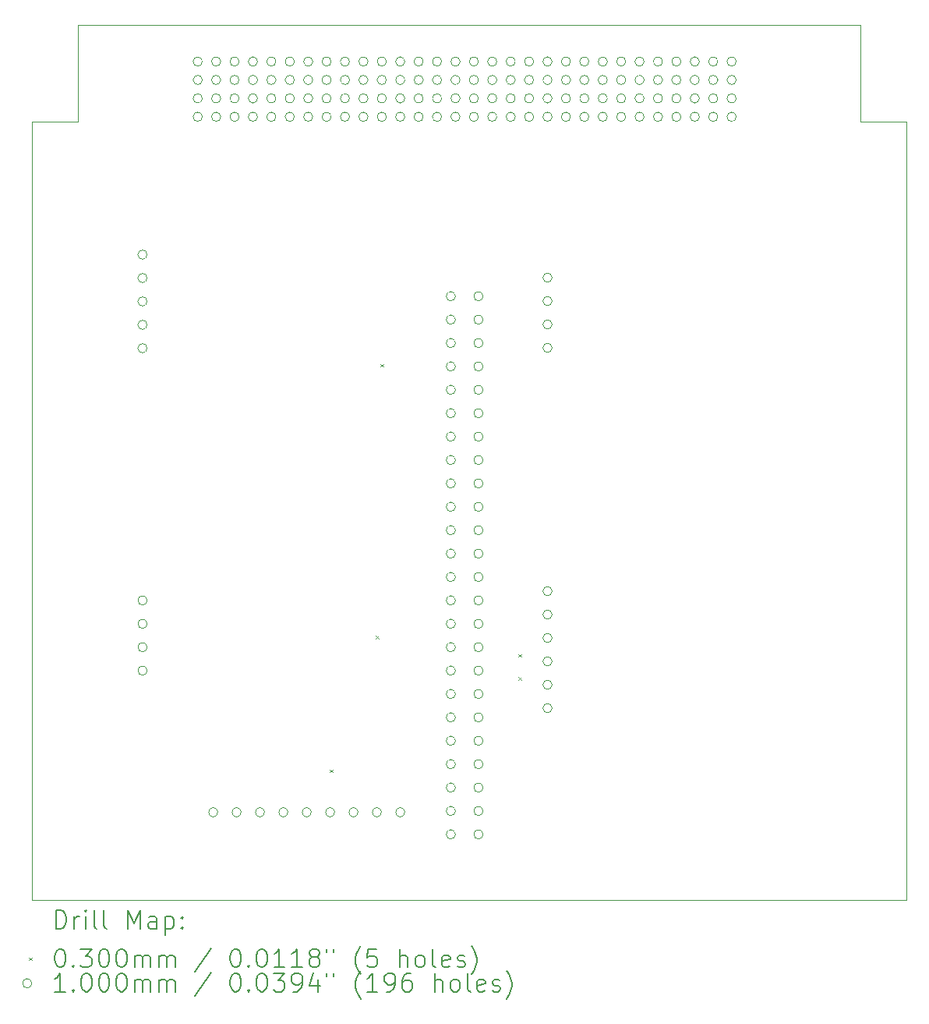
<source format=gbr>
%TF.GenerationSoftware,KiCad,Pcbnew,8.0.0*%
%TF.CreationDate,2025-01-16T04:07:09+02:00*%
%TF.ProjectId,diplomna_2024_sensors_pcb_layout,6469706c-6f6d-46e6-915f-323032345f73,rev?*%
%TF.SameCoordinates,Original*%
%TF.FileFunction,Drillmap*%
%TF.FilePolarity,Positive*%
%FSLAX45Y45*%
G04 Gerber Fmt 4.5, Leading zero omitted, Abs format (unit mm)*
G04 Created by KiCad (PCBNEW 8.0.0) date 2025-01-16 04:07:09*
%MOMM*%
%LPD*%
G01*
G04 APERTURE LIST*
%ADD10C,0.050000*%
%ADD11C,0.200000*%
%ADD12C,0.100000*%
G04 APERTURE END LIST*
D10*
X16200000Y-6100000D02*
X16200000Y-5050000D01*
X16200000Y-5050000D02*
X24700000Y-5050000D01*
X24700000Y-6100000D02*
X25200000Y-6100000D01*
X24700000Y-5050000D02*
X24700000Y-6100000D01*
X25200000Y-6100000D02*
X25200000Y-14550000D01*
X25200000Y-14550000D02*
X15700000Y-14550000D01*
X15700000Y-14550000D02*
X15700000Y-6100000D01*
X15700000Y-6100000D02*
X16200000Y-6100000D01*
D11*
D12*
X18935000Y-13135000D02*
X18965000Y-13165000D01*
X18965000Y-13135000D02*
X18935000Y-13165000D01*
X19435000Y-11685000D02*
X19465000Y-11715000D01*
X19465000Y-11685000D02*
X19435000Y-11715000D01*
X19485000Y-8735000D02*
X19515000Y-8765000D01*
X19515000Y-8735000D02*
X19485000Y-8765000D01*
X20985000Y-11885000D02*
X21015000Y-11915000D01*
X21015000Y-11885000D02*
X20985000Y-11915000D01*
X20985000Y-12135000D02*
X21015000Y-12165000D01*
X21015000Y-12135000D02*
X20985000Y-12165000D01*
X16950000Y-7546000D02*
G75*
G02*
X16850000Y-7546000I-50000J0D01*
G01*
X16850000Y-7546000D02*
G75*
G02*
X16950000Y-7546000I50000J0D01*
G01*
X16950000Y-7800000D02*
G75*
G02*
X16850000Y-7800000I-50000J0D01*
G01*
X16850000Y-7800000D02*
G75*
G02*
X16950000Y-7800000I50000J0D01*
G01*
X16950000Y-8054000D02*
G75*
G02*
X16850000Y-8054000I-50000J0D01*
G01*
X16850000Y-8054000D02*
G75*
G02*
X16950000Y-8054000I50000J0D01*
G01*
X16950000Y-8308000D02*
G75*
G02*
X16850000Y-8308000I-50000J0D01*
G01*
X16850000Y-8308000D02*
G75*
G02*
X16950000Y-8308000I50000J0D01*
G01*
X16950000Y-8562000D02*
G75*
G02*
X16850000Y-8562000I-50000J0D01*
G01*
X16850000Y-8562000D02*
G75*
G02*
X16950000Y-8562000I50000J0D01*
G01*
X16950000Y-11300000D02*
G75*
G02*
X16850000Y-11300000I-50000J0D01*
G01*
X16850000Y-11300000D02*
G75*
G02*
X16950000Y-11300000I50000J0D01*
G01*
X16950000Y-11554000D02*
G75*
G02*
X16850000Y-11554000I-50000J0D01*
G01*
X16850000Y-11554000D02*
G75*
G02*
X16950000Y-11554000I50000J0D01*
G01*
X16950000Y-11808000D02*
G75*
G02*
X16850000Y-11808000I-50000J0D01*
G01*
X16850000Y-11808000D02*
G75*
G02*
X16950000Y-11808000I50000J0D01*
G01*
X16950000Y-12062000D02*
G75*
G02*
X16850000Y-12062000I-50000J0D01*
G01*
X16850000Y-12062000D02*
G75*
G02*
X16950000Y-12062000I50000J0D01*
G01*
X17550000Y-5450000D02*
G75*
G02*
X17450000Y-5450000I-50000J0D01*
G01*
X17450000Y-5450000D02*
G75*
G02*
X17550000Y-5450000I50000J0D01*
G01*
X17550000Y-5650000D02*
G75*
G02*
X17450000Y-5650000I-50000J0D01*
G01*
X17450000Y-5650000D02*
G75*
G02*
X17550000Y-5650000I50000J0D01*
G01*
X17550000Y-5850000D02*
G75*
G02*
X17450000Y-5850000I-50000J0D01*
G01*
X17450000Y-5850000D02*
G75*
G02*
X17550000Y-5850000I50000J0D01*
G01*
X17550000Y-6050000D02*
G75*
G02*
X17450000Y-6050000I-50000J0D01*
G01*
X17450000Y-6050000D02*
G75*
G02*
X17550000Y-6050000I50000J0D01*
G01*
X17718000Y-13600000D02*
G75*
G02*
X17618000Y-13600000I-50000J0D01*
G01*
X17618000Y-13600000D02*
G75*
G02*
X17718000Y-13600000I50000J0D01*
G01*
X17750000Y-5450000D02*
G75*
G02*
X17650000Y-5450000I-50000J0D01*
G01*
X17650000Y-5450000D02*
G75*
G02*
X17750000Y-5450000I50000J0D01*
G01*
X17750000Y-5650000D02*
G75*
G02*
X17650000Y-5650000I-50000J0D01*
G01*
X17650000Y-5650000D02*
G75*
G02*
X17750000Y-5650000I50000J0D01*
G01*
X17750000Y-5850000D02*
G75*
G02*
X17650000Y-5850000I-50000J0D01*
G01*
X17650000Y-5850000D02*
G75*
G02*
X17750000Y-5850000I50000J0D01*
G01*
X17750000Y-6050000D02*
G75*
G02*
X17650000Y-6050000I-50000J0D01*
G01*
X17650000Y-6050000D02*
G75*
G02*
X17750000Y-6050000I50000J0D01*
G01*
X17950000Y-5450000D02*
G75*
G02*
X17850000Y-5450000I-50000J0D01*
G01*
X17850000Y-5450000D02*
G75*
G02*
X17950000Y-5450000I50000J0D01*
G01*
X17950000Y-5650000D02*
G75*
G02*
X17850000Y-5650000I-50000J0D01*
G01*
X17850000Y-5650000D02*
G75*
G02*
X17950000Y-5650000I50000J0D01*
G01*
X17950000Y-5850000D02*
G75*
G02*
X17850000Y-5850000I-50000J0D01*
G01*
X17850000Y-5850000D02*
G75*
G02*
X17950000Y-5850000I50000J0D01*
G01*
X17950000Y-6050000D02*
G75*
G02*
X17850000Y-6050000I-50000J0D01*
G01*
X17850000Y-6050000D02*
G75*
G02*
X17950000Y-6050000I50000J0D01*
G01*
X17972000Y-13600000D02*
G75*
G02*
X17872000Y-13600000I-50000J0D01*
G01*
X17872000Y-13600000D02*
G75*
G02*
X17972000Y-13600000I50000J0D01*
G01*
X18150000Y-5450000D02*
G75*
G02*
X18050000Y-5450000I-50000J0D01*
G01*
X18050000Y-5450000D02*
G75*
G02*
X18150000Y-5450000I50000J0D01*
G01*
X18150000Y-5650000D02*
G75*
G02*
X18050000Y-5650000I-50000J0D01*
G01*
X18050000Y-5650000D02*
G75*
G02*
X18150000Y-5650000I50000J0D01*
G01*
X18150000Y-5850000D02*
G75*
G02*
X18050000Y-5850000I-50000J0D01*
G01*
X18050000Y-5850000D02*
G75*
G02*
X18150000Y-5850000I50000J0D01*
G01*
X18150000Y-6050000D02*
G75*
G02*
X18050000Y-6050000I-50000J0D01*
G01*
X18050000Y-6050000D02*
G75*
G02*
X18150000Y-6050000I50000J0D01*
G01*
X18226000Y-13600000D02*
G75*
G02*
X18126000Y-13600000I-50000J0D01*
G01*
X18126000Y-13600000D02*
G75*
G02*
X18226000Y-13600000I50000J0D01*
G01*
X18350000Y-5450000D02*
G75*
G02*
X18250000Y-5450000I-50000J0D01*
G01*
X18250000Y-5450000D02*
G75*
G02*
X18350000Y-5450000I50000J0D01*
G01*
X18350000Y-5650000D02*
G75*
G02*
X18250000Y-5650000I-50000J0D01*
G01*
X18250000Y-5650000D02*
G75*
G02*
X18350000Y-5650000I50000J0D01*
G01*
X18350000Y-5850000D02*
G75*
G02*
X18250000Y-5850000I-50000J0D01*
G01*
X18250000Y-5850000D02*
G75*
G02*
X18350000Y-5850000I50000J0D01*
G01*
X18350000Y-6050000D02*
G75*
G02*
X18250000Y-6050000I-50000J0D01*
G01*
X18250000Y-6050000D02*
G75*
G02*
X18350000Y-6050000I50000J0D01*
G01*
X18480000Y-13600000D02*
G75*
G02*
X18380000Y-13600000I-50000J0D01*
G01*
X18380000Y-13600000D02*
G75*
G02*
X18480000Y-13600000I50000J0D01*
G01*
X18550000Y-5450000D02*
G75*
G02*
X18450000Y-5450000I-50000J0D01*
G01*
X18450000Y-5450000D02*
G75*
G02*
X18550000Y-5450000I50000J0D01*
G01*
X18550000Y-5650000D02*
G75*
G02*
X18450000Y-5650000I-50000J0D01*
G01*
X18450000Y-5650000D02*
G75*
G02*
X18550000Y-5650000I50000J0D01*
G01*
X18550000Y-5850000D02*
G75*
G02*
X18450000Y-5850000I-50000J0D01*
G01*
X18450000Y-5850000D02*
G75*
G02*
X18550000Y-5850000I50000J0D01*
G01*
X18550000Y-6050000D02*
G75*
G02*
X18450000Y-6050000I-50000J0D01*
G01*
X18450000Y-6050000D02*
G75*
G02*
X18550000Y-6050000I50000J0D01*
G01*
X18734000Y-13600000D02*
G75*
G02*
X18634000Y-13600000I-50000J0D01*
G01*
X18634000Y-13600000D02*
G75*
G02*
X18734000Y-13600000I50000J0D01*
G01*
X18750000Y-5450000D02*
G75*
G02*
X18650000Y-5450000I-50000J0D01*
G01*
X18650000Y-5450000D02*
G75*
G02*
X18750000Y-5450000I50000J0D01*
G01*
X18750000Y-5650000D02*
G75*
G02*
X18650000Y-5650000I-50000J0D01*
G01*
X18650000Y-5650000D02*
G75*
G02*
X18750000Y-5650000I50000J0D01*
G01*
X18750000Y-5850000D02*
G75*
G02*
X18650000Y-5850000I-50000J0D01*
G01*
X18650000Y-5850000D02*
G75*
G02*
X18750000Y-5850000I50000J0D01*
G01*
X18750000Y-6050000D02*
G75*
G02*
X18650000Y-6050000I-50000J0D01*
G01*
X18650000Y-6050000D02*
G75*
G02*
X18750000Y-6050000I50000J0D01*
G01*
X18950000Y-5450000D02*
G75*
G02*
X18850000Y-5450000I-50000J0D01*
G01*
X18850000Y-5450000D02*
G75*
G02*
X18950000Y-5450000I50000J0D01*
G01*
X18950000Y-5650000D02*
G75*
G02*
X18850000Y-5650000I-50000J0D01*
G01*
X18850000Y-5650000D02*
G75*
G02*
X18950000Y-5650000I50000J0D01*
G01*
X18950000Y-5850000D02*
G75*
G02*
X18850000Y-5850000I-50000J0D01*
G01*
X18850000Y-5850000D02*
G75*
G02*
X18950000Y-5850000I50000J0D01*
G01*
X18950000Y-6050000D02*
G75*
G02*
X18850000Y-6050000I-50000J0D01*
G01*
X18850000Y-6050000D02*
G75*
G02*
X18950000Y-6050000I50000J0D01*
G01*
X18988000Y-13600000D02*
G75*
G02*
X18888000Y-13600000I-50000J0D01*
G01*
X18888000Y-13600000D02*
G75*
G02*
X18988000Y-13600000I50000J0D01*
G01*
X19150000Y-5450000D02*
G75*
G02*
X19050000Y-5450000I-50000J0D01*
G01*
X19050000Y-5450000D02*
G75*
G02*
X19150000Y-5450000I50000J0D01*
G01*
X19150000Y-5650000D02*
G75*
G02*
X19050000Y-5650000I-50000J0D01*
G01*
X19050000Y-5650000D02*
G75*
G02*
X19150000Y-5650000I50000J0D01*
G01*
X19150000Y-5850000D02*
G75*
G02*
X19050000Y-5850000I-50000J0D01*
G01*
X19050000Y-5850000D02*
G75*
G02*
X19150000Y-5850000I50000J0D01*
G01*
X19150000Y-6050000D02*
G75*
G02*
X19050000Y-6050000I-50000J0D01*
G01*
X19050000Y-6050000D02*
G75*
G02*
X19150000Y-6050000I50000J0D01*
G01*
X19242000Y-13600000D02*
G75*
G02*
X19142000Y-13600000I-50000J0D01*
G01*
X19142000Y-13600000D02*
G75*
G02*
X19242000Y-13600000I50000J0D01*
G01*
X19350000Y-5450000D02*
G75*
G02*
X19250000Y-5450000I-50000J0D01*
G01*
X19250000Y-5450000D02*
G75*
G02*
X19350000Y-5450000I50000J0D01*
G01*
X19350000Y-5650000D02*
G75*
G02*
X19250000Y-5650000I-50000J0D01*
G01*
X19250000Y-5650000D02*
G75*
G02*
X19350000Y-5650000I50000J0D01*
G01*
X19350000Y-5850000D02*
G75*
G02*
X19250000Y-5850000I-50000J0D01*
G01*
X19250000Y-5850000D02*
G75*
G02*
X19350000Y-5850000I50000J0D01*
G01*
X19350000Y-6050000D02*
G75*
G02*
X19250000Y-6050000I-50000J0D01*
G01*
X19250000Y-6050000D02*
G75*
G02*
X19350000Y-6050000I50000J0D01*
G01*
X19496000Y-13600000D02*
G75*
G02*
X19396000Y-13600000I-50000J0D01*
G01*
X19396000Y-13600000D02*
G75*
G02*
X19496000Y-13600000I50000J0D01*
G01*
X19550000Y-5450000D02*
G75*
G02*
X19450000Y-5450000I-50000J0D01*
G01*
X19450000Y-5450000D02*
G75*
G02*
X19550000Y-5450000I50000J0D01*
G01*
X19550000Y-5650000D02*
G75*
G02*
X19450000Y-5650000I-50000J0D01*
G01*
X19450000Y-5650000D02*
G75*
G02*
X19550000Y-5650000I50000J0D01*
G01*
X19550000Y-5850000D02*
G75*
G02*
X19450000Y-5850000I-50000J0D01*
G01*
X19450000Y-5850000D02*
G75*
G02*
X19550000Y-5850000I50000J0D01*
G01*
X19550000Y-6050000D02*
G75*
G02*
X19450000Y-6050000I-50000J0D01*
G01*
X19450000Y-6050000D02*
G75*
G02*
X19550000Y-6050000I50000J0D01*
G01*
X19750000Y-5450000D02*
G75*
G02*
X19650000Y-5450000I-50000J0D01*
G01*
X19650000Y-5450000D02*
G75*
G02*
X19750000Y-5450000I50000J0D01*
G01*
X19750000Y-5650000D02*
G75*
G02*
X19650000Y-5650000I-50000J0D01*
G01*
X19650000Y-5650000D02*
G75*
G02*
X19750000Y-5650000I50000J0D01*
G01*
X19750000Y-5850000D02*
G75*
G02*
X19650000Y-5850000I-50000J0D01*
G01*
X19650000Y-5850000D02*
G75*
G02*
X19750000Y-5850000I50000J0D01*
G01*
X19750000Y-6050000D02*
G75*
G02*
X19650000Y-6050000I-50000J0D01*
G01*
X19650000Y-6050000D02*
G75*
G02*
X19750000Y-6050000I50000J0D01*
G01*
X19750000Y-13600000D02*
G75*
G02*
X19650000Y-13600000I-50000J0D01*
G01*
X19650000Y-13600000D02*
G75*
G02*
X19750000Y-13600000I50000J0D01*
G01*
X19950000Y-5450000D02*
G75*
G02*
X19850000Y-5450000I-50000J0D01*
G01*
X19850000Y-5450000D02*
G75*
G02*
X19950000Y-5450000I50000J0D01*
G01*
X19950000Y-5650000D02*
G75*
G02*
X19850000Y-5650000I-50000J0D01*
G01*
X19850000Y-5650000D02*
G75*
G02*
X19950000Y-5650000I50000J0D01*
G01*
X19950000Y-5850000D02*
G75*
G02*
X19850000Y-5850000I-50000J0D01*
G01*
X19850000Y-5850000D02*
G75*
G02*
X19950000Y-5850000I50000J0D01*
G01*
X19950000Y-6050000D02*
G75*
G02*
X19850000Y-6050000I-50000J0D01*
G01*
X19850000Y-6050000D02*
G75*
G02*
X19950000Y-6050000I50000J0D01*
G01*
X20150000Y-5450000D02*
G75*
G02*
X20050000Y-5450000I-50000J0D01*
G01*
X20050000Y-5450000D02*
G75*
G02*
X20150000Y-5450000I50000J0D01*
G01*
X20150000Y-5650000D02*
G75*
G02*
X20050000Y-5650000I-50000J0D01*
G01*
X20050000Y-5650000D02*
G75*
G02*
X20150000Y-5650000I50000J0D01*
G01*
X20150000Y-5850000D02*
G75*
G02*
X20050000Y-5850000I-50000J0D01*
G01*
X20050000Y-5850000D02*
G75*
G02*
X20150000Y-5850000I50000J0D01*
G01*
X20150000Y-6050000D02*
G75*
G02*
X20050000Y-6050000I-50000J0D01*
G01*
X20050000Y-6050000D02*
G75*
G02*
X20150000Y-6050000I50000J0D01*
G01*
X20300000Y-7998000D02*
G75*
G02*
X20200000Y-7998000I-50000J0D01*
G01*
X20200000Y-7998000D02*
G75*
G02*
X20300000Y-7998000I50000J0D01*
G01*
X20300000Y-8252000D02*
G75*
G02*
X20200000Y-8252000I-50000J0D01*
G01*
X20200000Y-8252000D02*
G75*
G02*
X20300000Y-8252000I50000J0D01*
G01*
X20300000Y-8506000D02*
G75*
G02*
X20200000Y-8506000I-50000J0D01*
G01*
X20200000Y-8506000D02*
G75*
G02*
X20300000Y-8506000I50000J0D01*
G01*
X20300000Y-8760000D02*
G75*
G02*
X20200000Y-8760000I-50000J0D01*
G01*
X20200000Y-8760000D02*
G75*
G02*
X20300000Y-8760000I50000J0D01*
G01*
X20300000Y-9014000D02*
G75*
G02*
X20200000Y-9014000I-50000J0D01*
G01*
X20200000Y-9014000D02*
G75*
G02*
X20300000Y-9014000I50000J0D01*
G01*
X20300000Y-9268000D02*
G75*
G02*
X20200000Y-9268000I-50000J0D01*
G01*
X20200000Y-9268000D02*
G75*
G02*
X20300000Y-9268000I50000J0D01*
G01*
X20300000Y-9522000D02*
G75*
G02*
X20200000Y-9522000I-50000J0D01*
G01*
X20200000Y-9522000D02*
G75*
G02*
X20300000Y-9522000I50000J0D01*
G01*
X20300000Y-9776000D02*
G75*
G02*
X20200000Y-9776000I-50000J0D01*
G01*
X20200000Y-9776000D02*
G75*
G02*
X20300000Y-9776000I50000J0D01*
G01*
X20300000Y-10030000D02*
G75*
G02*
X20200000Y-10030000I-50000J0D01*
G01*
X20200000Y-10030000D02*
G75*
G02*
X20300000Y-10030000I50000J0D01*
G01*
X20300000Y-10284000D02*
G75*
G02*
X20200000Y-10284000I-50000J0D01*
G01*
X20200000Y-10284000D02*
G75*
G02*
X20300000Y-10284000I50000J0D01*
G01*
X20300000Y-10538000D02*
G75*
G02*
X20200000Y-10538000I-50000J0D01*
G01*
X20200000Y-10538000D02*
G75*
G02*
X20300000Y-10538000I50000J0D01*
G01*
X20300000Y-10792000D02*
G75*
G02*
X20200000Y-10792000I-50000J0D01*
G01*
X20200000Y-10792000D02*
G75*
G02*
X20300000Y-10792000I50000J0D01*
G01*
X20300000Y-11046000D02*
G75*
G02*
X20200000Y-11046000I-50000J0D01*
G01*
X20200000Y-11046000D02*
G75*
G02*
X20300000Y-11046000I50000J0D01*
G01*
X20300000Y-11300000D02*
G75*
G02*
X20200000Y-11300000I-50000J0D01*
G01*
X20200000Y-11300000D02*
G75*
G02*
X20300000Y-11300000I50000J0D01*
G01*
X20300000Y-11554000D02*
G75*
G02*
X20200000Y-11554000I-50000J0D01*
G01*
X20200000Y-11554000D02*
G75*
G02*
X20300000Y-11554000I50000J0D01*
G01*
X20300000Y-11808000D02*
G75*
G02*
X20200000Y-11808000I-50000J0D01*
G01*
X20200000Y-11808000D02*
G75*
G02*
X20300000Y-11808000I50000J0D01*
G01*
X20300000Y-12062000D02*
G75*
G02*
X20200000Y-12062000I-50000J0D01*
G01*
X20200000Y-12062000D02*
G75*
G02*
X20300000Y-12062000I50000J0D01*
G01*
X20300000Y-12316000D02*
G75*
G02*
X20200000Y-12316000I-50000J0D01*
G01*
X20200000Y-12316000D02*
G75*
G02*
X20300000Y-12316000I50000J0D01*
G01*
X20300000Y-12570000D02*
G75*
G02*
X20200000Y-12570000I-50000J0D01*
G01*
X20200000Y-12570000D02*
G75*
G02*
X20300000Y-12570000I50000J0D01*
G01*
X20300000Y-12824000D02*
G75*
G02*
X20200000Y-12824000I-50000J0D01*
G01*
X20200000Y-12824000D02*
G75*
G02*
X20300000Y-12824000I50000J0D01*
G01*
X20300000Y-13078000D02*
G75*
G02*
X20200000Y-13078000I-50000J0D01*
G01*
X20200000Y-13078000D02*
G75*
G02*
X20300000Y-13078000I50000J0D01*
G01*
X20300000Y-13332000D02*
G75*
G02*
X20200000Y-13332000I-50000J0D01*
G01*
X20200000Y-13332000D02*
G75*
G02*
X20300000Y-13332000I50000J0D01*
G01*
X20300000Y-13586000D02*
G75*
G02*
X20200000Y-13586000I-50000J0D01*
G01*
X20200000Y-13586000D02*
G75*
G02*
X20300000Y-13586000I50000J0D01*
G01*
X20300000Y-13840000D02*
G75*
G02*
X20200000Y-13840000I-50000J0D01*
G01*
X20200000Y-13840000D02*
G75*
G02*
X20300000Y-13840000I50000J0D01*
G01*
X20350000Y-5450000D02*
G75*
G02*
X20250000Y-5450000I-50000J0D01*
G01*
X20250000Y-5450000D02*
G75*
G02*
X20350000Y-5450000I50000J0D01*
G01*
X20350000Y-5650000D02*
G75*
G02*
X20250000Y-5650000I-50000J0D01*
G01*
X20250000Y-5650000D02*
G75*
G02*
X20350000Y-5650000I50000J0D01*
G01*
X20350000Y-5850000D02*
G75*
G02*
X20250000Y-5850000I-50000J0D01*
G01*
X20250000Y-5850000D02*
G75*
G02*
X20350000Y-5850000I50000J0D01*
G01*
X20350000Y-6050000D02*
G75*
G02*
X20250000Y-6050000I-50000J0D01*
G01*
X20250000Y-6050000D02*
G75*
G02*
X20350000Y-6050000I50000J0D01*
G01*
X20550000Y-5450000D02*
G75*
G02*
X20450000Y-5450000I-50000J0D01*
G01*
X20450000Y-5450000D02*
G75*
G02*
X20550000Y-5450000I50000J0D01*
G01*
X20550000Y-5650000D02*
G75*
G02*
X20450000Y-5650000I-50000J0D01*
G01*
X20450000Y-5650000D02*
G75*
G02*
X20550000Y-5650000I50000J0D01*
G01*
X20550000Y-5850000D02*
G75*
G02*
X20450000Y-5850000I-50000J0D01*
G01*
X20450000Y-5850000D02*
G75*
G02*
X20550000Y-5850000I50000J0D01*
G01*
X20550000Y-6050000D02*
G75*
G02*
X20450000Y-6050000I-50000J0D01*
G01*
X20450000Y-6050000D02*
G75*
G02*
X20550000Y-6050000I50000J0D01*
G01*
X20600000Y-7998000D02*
G75*
G02*
X20500000Y-7998000I-50000J0D01*
G01*
X20500000Y-7998000D02*
G75*
G02*
X20600000Y-7998000I50000J0D01*
G01*
X20600000Y-8252000D02*
G75*
G02*
X20500000Y-8252000I-50000J0D01*
G01*
X20500000Y-8252000D02*
G75*
G02*
X20600000Y-8252000I50000J0D01*
G01*
X20600000Y-8506000D02*
G75*
G02*
X20500000Y-8506000I-50000J0D01*
G01*
X20500000Y-8506000D02*
G75*
G02*
X20600000Y-8506000I50000J0D01*
G01*
X20600000Y-8760000D02*
G75*
G02*
X20500000Y-8760000I-50000J0D01*
G01*
X20500000Y-8760000D02*
G75*
G02*
X20600000Y-8760000I50000J0D01*
G01*
X20600000Y-9014000D02*
G75*
G02*
X20500000Y-9014000I-50000J0D01*
G01*
X20500000Y-9014000D02*
G75*
G02*
X20600000Y-9014000I50000J0D01*
G01*
X20600000Y-9268000D02*
G75*
G02*
X20500000Y-9268000I-50000J0D01*
G01*
X20500000Y-9268000D02*
G75*
G02*
X20600000Y-9268000I50000J0D01*
G01*
X20600000Y-9522000D02*
G75*
G02*
X20500000Y-9522000I-50000J0D01*
G01*
X20500000Y-9522000D02*
G75*
G02*
X20600000Y-9522000I50000J0D01*
G01*
X20600000Y-9776000D02*
G75*
G02*
X20500000Y-9776000I-50000J0D01*
G01*
X20500000Y-9776000D02*
G75*
G02*
X20600000Y-9776000I50000J0D01*
G01*
X20600000Y-10030000D02*
G75*
G02*
X20500000Y-10030000I-50000J0D01*
G01*
X20500000Y-10030000D02*
G75*
G02*
X20600000Y-10030000I50000J0D01*
G01*
X20600000Y-10284000D02*
G75*
G02*
X20500000Y-10284000I-50000J0D01*
G01*
X20500000Y-10284000D02*
G75*
G02*
X20600000Y-10284000I50000J0D01*
G01*
X20600000Y-10538000D02*
G75*
G02*
X20500000Y-10538000I-50000J0D01*
G01*
X20500000Y-10538000D02*
G75*
G02*
X20600000Y-10538000I50000J0D01*
G01*
X20600000Y-10792000D02*
G75*
G02*
X20500000Y-10792000I-50000J0D01*
G01*
X20500000Y-10792000D02*
G75*
G02*
X20600000Y-10792000I50000J0D01*
G01*
X20600000Y-11046000D02*
G75*
G02*
X20500000Y-11046000I-50000J0D01*
G01*
X20500000Y-11046000D02*
G75*
G02*
X20600000Y-11046000I50000J0D01*
G01*
X20600000Y-11300000D02*
G75*
G02*
X20500000Y-11300000I-50000J0D01*
G01*
X20500000Y-11300000D02*
G75*
G02*
X20600000Y-11300000I50000J0D01*
G01*
X20600000Y-11554000D02*
G75*
G02*
X20500000Y-11554000I-50000J0D01*
G01*
X20500000Y-11554000D02*
G75*
G02*
X20600000Y-11554000I50000J0D01*
G01*
X20600000Y-11808000D02*
G75*
G02*
X20500000Y-11808000I-50000J0D01*
G01*
X20500000Y-11808000D02*
G75*
G02*
X20600000Y-11808000I50000J0D01*
G01*
X20600000Y-12062000D02*
G75*
G02*
X20500000Y-12062000I-50000J0D01*
G01*
X20500000Y-12062000D02*
G75*
G02*
X20600000Y-12062000I50000J0D01*
G01*
X20600000Y-12316000D02*
G75*
G02*
X20500000Y-12316000I-50000J0D01*
G01*
X20500000Y-12316000D02*
G75*
G02*
X20600000Y-12316000I50000J0D01*
G01*
X20600000Y-12570000D02*
G75*
G02*
X20500000Y-12570000I-50000J0D01*
G01*
X20500000Y-12570000D02*
G75*
G02*
X20600000Y-12570000I50000J0D01*
G01*
X20600000Y-12824000D02*
G75*
G02*
X20500000Y-12824000I-50000J0D01*
G01*
X20500000Y-12824000D02*
G75*
G02*
X20600000Y-12824000I50000J0D01*
G01*
X20600000Y-13078000D02*
G75*
G02*
X20500000Y-13078000I-50000J0D01*
G01*
X20500000Y-13078000D02*
G75*
G02*
X20600000Y-13078000I50000J0D01*
G01*
X20600000Y-13332000D02*
G75*
G02*
X20500000Y-13332000I-50000J0D01*
G01*
X20500000Y-13332000D02*
G75*
G02*
X20600000Y-13332000I50000J0D01*
G01*
X20600000Y-13586000D02*
G75*
G02*
X20500000Y-13586000I-50000J0D01*
G01*
X20500000Y-13586000D02*
G75*
G02*
X20600000Y-13586000I50000J0D01*
G01*
X20600000Y-13840000D02*
G75*
G02*
X20500000Y-13840000I-50000J0D01*
G01*
X20500000Y-13840000D02*
G75*
G02*
X20600000Y-13840000I50000J0D01*
G01*
X20750000Y-5450000D02*
G75*
G02*
X20650000Y-5450000I-50000J0D01*
G01*
X20650000Y-5450000D02*
G75*
G02*
X20750000Y-5450000I50000J0D01*
G01*
X20750000Y-5650000D02*
G75*
G02*
X20650000Y-5650000I-50000J0D01*
G01*
X20650000Y-5650000D02*
G75*
G02*
X20750000Y-5650000I50000J0D01*
G01*
X20750000Y-5850000D02*
G75*
G02*
X20650000Y-5850000I-50000J0D01*
G01*
X20650000Y-5850000D02*
G75*
G02*
X20750000Y-5850000I50000J0D01*
G01*
X20750000Y-6050000D02*
G75*
G02*
X20650000Y-6050000I-50000J0D01*
G01*
X20650000Y-6050000D02*
G75*
G02*
X20750000Y-6050000I50000J0D01*
G01*
X20950000Y-5450000D02*
G75*
G02*
X20850000Y-5450000I-50000J0D01*
G01*
X20850000Y-5450000D02*
G75*
G02*
X20950000Y-5450000I50000J0D01*
G01*
X20950000Y-5650000D02*
G75*
G02*
X20850000Y-5650000I-50000J0D01*
G01*
X20850000Y-5650000D02*
G75*
G02*
X20950000Y-5650000I50000J0D01*
G01*
X20950000Y-5850000D02*
G75*
G02*
X20850000Y-5850000I-50000J0D01*
G01*
X20850000Y-5850000D02*
G75*
G02*
X20950000Y-5850000I50000J0D01*
G01*
X20950000Y-6050000D02*
G75*
G02*
X20850000Y-6050000I-50000J0D01*
G01*
X20850000Y-6050000D02*
G75*
G02*
X20950000Y-6050000I50000J0D01*
G01*
X21150000Y-5450000D02*
G75*
G02*
X21050000Y-5450000I-50000J0D01*
G01*
X21050000Y-5450000D02*
G75*
G02*
X21150000Y-5450000I50000J0D01*
G01*
X21150000Y-5650000D02*
G75*
G02*
X21050000Y-5650000I-50000J0D01*
G01*
X21050000Y-5650000D02*
G75*
G02*
X21150000Y-5650000I50000J0D01*
G01*
X21150000Y-5850000D02*
G75*
G02*
X21050000Y-5850000I-50000J0D01*
G01*
X21050000Y-5850000D02*
G75*
G02*
X21150000Y-5850000I50000J0D01*
G01*
X21150000Y-6050000D02*
G75*
G02*
X21050000Y-6050000I-50000J0D01*
G01*
X21050000Y-6050000D02*
G75*
G02*
X21150000Y-6050000I50000J0D01*
G01*
X21350000Y-5450000D02*
G75*
G02*
X21250000Y-5450000I-50000J0D01*
G01*
X21250000Y-5450000D02*
G75*
G02*
X21350000Y-5450000I50000J0D01*
G01*
X21350000Y-5650000D02*
G75*
G02*
X21250000Y-5650000I-50000J0D01*
G01*
X21250000Y-5650000D02*
G75*
G02*
X21350000Y-5650000I50000J0D01*
G01*
X21350000Y-5850000D02*
G75*
G02*
X21250000Y-5850000I-50000J0D01*
G01*
X21250000Y-5850000D02*
G75*
G02*
X21350000Y-5850000I50000J0D01*
G01*
X21350000Y-6050000D02*
G75*
G02*
X21250000Y-6050000I-50000J0D01*
G01*
X21250000Y-6050000D02*
G75*
G02*
X21350000Y-6050000I50000J0D01*
G01*
X21350000Y-7796000D02*
G75*
G02*
X21250000Y-7796000I-50000J0D01*
G01*
X21250000Y-7796000D02*
G75*
G02*
X21350000Y-7796000I50000J0D01*
G01*
X21350000Y-8050000D02*
G75*
G02*
X21250000Y-8050000I-50000J0D01*
G01*
X21250000Y-8050000D02*
G75*
G02*
X21350000Y-8050000I50000J0D01*
G01*
X21350000Y-8304000D02*
G75*
G02*
X21250000Y-8304000I-50000J0D01*
G01*
X21250000Y-8304000D02*
G75*
G02*
X21350000Y-8304000I50000J0D01*
G01*
X21350000Y-8558000D02*
G75*
G02*
X21250000Y-8558000I-50000J0D01*
G01*
X21250000Y-8558000D02*
G75*
G02*
X21350000Y-8558000I50000J0D01*
G01*
X21350000Y-11200000D02*
G75*
G02*
X21250000Y-11200000I-50000J0D01*
G01*
X21250000Y-11200000D02*
G75*
G02*
X21350000Y-11200000I50000J0D01*
G01*
X21350000Y-11454000D02*
G75*
G02*
X21250000Y-11454000I-50000J0D01*
G01*
X21250000Y-11454000D02*
G75*
G02*
X21350000Y-11454000I50000J0D01*
G01*
X21350000Y-11708000D02*
G75*
G02*
X21250000Y-11708000I-50000J0D01*
G01*
X21250000Y-11708000D02*
G75*
G02*
X21350000Y-11708000I50000J0D01*
G01*
X21350000Y-11962000D02*
G75*
G02*
X21250000Y-11962000I-50000J0D01*
G01*
X21250000Y-11962000D02*
G75*
G02*
X21350000Y-11962000I50000J0D01*
G01*
X21350000Y-12216000D02*
G75*
G02*
X21250000Y-12216000I-50000J0D01*
G01*
X21250000Y-12216000D02*
G75*
G02*
X21350000Y-12216000I50000J0D01*
G01*
X21350000Y-12470000D02*
G75*
G02*
X21250000Y-12470000I-50000J0D01*
G01*
X21250000Y-12470000D02*
G75*
G02*
X21350000Y-12470000I50000J0D01*
G01*
X21550000Y-5450000D02*
G75*
G02*
X21450000Y-5450000I-50000J0D01*
G01*
X21450000Y-5450000D02*
G75*
G02*
X21550000Y-5450000I50000J0D01*
G01*
X21550000Y-5650000D02*
G75*
G02*
X21450000Y-5650000I-50000J0D01*
G01*
X21450000Y-5650000D02*
G75*
G02*
X21550000Y-5650000I50000J0D01*
G01*
X21550000Y-5850000D02*
G75*
G02*
X21450000Y-5850000I-50000J0D01*
G01*
X21450000Y-5850000D02*
G75*
G02*
X21550000Y-5850000I50000J0D01*
G01*
X21550000Y-6050000D02*
G75*
G02*
X21450000Y-6050000I-50000J0D01*
G01*
X21450000Y-6050000D02*
G75*
G02*
X21550000Y-6050000I50000J0D01*
G01*
X21750000Y-5450000D02*
G75*
G02*
X21650000Y-5450000I-50000J0D01*
G01*
X21650000Y-5450000D02*
G75*
G02*
X21750000Y-5450000I50000J0D01*
G01*
X21750000Y-5650000D02*
G75*
G02*
X21650000Y-5650000I-50000J0D01*
G01*
X21650000Y-5650000D02*
G75*
G02*
X21750000Y-5650000I50000J0D01*
G01*
X21750000Y-5850000D02*
G75*
G02*
X21650000Y-5850000I-50000J0D01*
G01*
X21650000Y-5850000D02*
G75*
G02*
X21750000Y-5850000I50000J0D01*
G01*
X21750000Y-6050000D02*
G75*
G02*
X21650000Y-6050000I-50000J0D01*
G01*
X21650000Y-6050000D02*
G75*
G02*
X21750000Y-6050000I50000J0D01*
G01*
X21950000Y-5450000D02*
G75*
G02*
X21850000Y-5450000I-50000J0D01*
G01*
X21850000Y-5450000D02*
G75*
G02*
X21950000Y-5450000I50000J0D01*
G01*
X21950000Y-5650000D02*
G75*
G02*
X21850000Y-5650000I-50000J0D01*
G01*
X21850000Y-5650000D02*
G75*
G02*
X21950000Y-5650000I50000J0D01*
G01*
X21950000Y-5850000D02*
G75*
G02*
X21850000Y-5850000I-50000J0D01*
G01*
X21850000Y-5850000D02*
G75*
G02*
X21950000Y-5850000I50000J0D01*
G01*
X21950000Y-6050000D02*
G75*
G02*
X21850000Y-6050000I-50000J0D01*
G01*
X21850000Y-6050000D02*
G75*
G02*
X21950000Y-6050000I50000J0D01*
G01*
X22150000Y-5450000D02*
G75*
G02*
X22050000Y-5450000I-50000J0D01*
G01*
X22050000Y-5450000D02*
G75*
G02*
X22150000Y-5450000I50000J0D01*
G01*
X22150000Y-5650000D02*
G75*
G02*
X22050000Y-5650000I-50000J0D01*
G01*
X22050000Y-5650000D02*
G75*
G02*
X22150000Y-5650000I50000J0D01*
G01*
X22150000Y-5850000D02*
G75*
G02*
X22050000Y-5850000I-50000J0D01*
G01*
X22050000Y-5850000D02*
G75*
G02*
X22150000Y-5850000I50000J0D01*
G01*
X22150000Y-6050000D02*
G75*
G02*
X22050000Y-6050000I-50000J0D01*
G01*
X22050000Y-6050000D02*
G75*
G02*
X22150000Y-6050000I50000J0D01*
G01*
X22350000Y-5450000D02*
G75*
G02*
X22250000Y-5450000I-50000J0D01*
G01*
X22250000Y-5450000D02*
G75*
G02*
X22350000Y-5450000I50000J0D01*
G01*
X22350000Y-5650000D02*
G75*
G02*
X22250000Y-5650000I-50000J0D01*
G01*
X22250000Y-5650000D02*
G75*
G02*
X22350000Y-5650000I50000J0D01*
G01*
X22350000Y-5850000D02*
G75*
G02*
X22250000Y-5850000I-50000J0D01*
G01*
X22250000Y-5850000D02*
G75*
G02*
X22350000Y-5850000I50000J0D01*
G01*
X22350000Y-6050000D02*
G75*
G02*
X22250000Y-6050000I-50000J0D01*
G01*
X22250000Y-6050000D02*
G75*
G02*
X22350000Y-6050000I50000J0D01*
G01*
X22550000Y-5450000D02*
G75*
G02*
X22450000Y-5450000I-50000J0D01*
G01*
X22450000Y-5450000D02*
G75*
G02*
X22550000Y-5450000I50000J0D01*
G01*
X22550000Y-5650000D02*
G75*
G02*
X22450000Y-5650000I-50000J0D01*
G01*
X22450000Y-5650000D02*
G75*
G02*
X22550000Y-5650000I50000J0D01*
G01*
X22550000Y-5850000D02*
G75*
G02*
X22450000Y-5850000I-50000J0D01*
G01*
X22450000Y-5850000D02*
G75*
G02*
X22550000Y-5850000I50000J0D01*
G01*
X22550000Y-6050000D02*
G75*
G02*
X22450000Y-6050000I-50000J0D01*
G01*
X22450000Y-6050000D02*
G75*
G02*
X22550000Y-6050000I50000J0D01*
G01*
X22750000Y-5450000D02*
G75*
G02*
X22650000Y-5450000I-50000J0D01*
G01*
X22650000Y-5450000D02*
G75*
G02*
X22750000Y-5450000I50000J0D01*
G01*
X22750000Y-5650000D02*
G75*
G02*
X22650000Y-5650000I-50000J0D01*
G01*
X22650000Y-5650000D02*
G75*
G02*
X22750000Y-5650000I50000J0D01*
G01*
X22750000Y-5850000D02*
G75*
G02*
X22650000Y-5850000I-50000J0D01*
G01*
X22650000Y-5850000D02*
G75*
G02*
X22750000Y-5850000I50000J0D01*
G01*
X22750000Y-6050000D02*
G75*
G02*
X22650000Y-6050000I-50000J0D01*
G01*
X22650000Y-6050000D02*
G75*
G02*
X22750000Y-6050000I50000J0D01*
G01*
X22950000Y-5450000D02*
G75*
G02*
X22850000Y-5450000I-50000J0D01*
G01*
X22850000Y-5450000D02*
G75*
G02*
X22950000Y-5450000I50000J0D01*
G01*
X22950000Y-5650000D02*
G75*
G02*
X22850000Y-5650000I-50000J0D01*
G01*
X22850000Y-5650000D02*
G75*
G02*
X22950000Y-5650000I50000J0D01*
G01*
X22950000Y-5850000D02*
G75*
G02*
X22850000Y-5850000I-50000J0D01*
G01*
X22850000Y-5850000D02*
G75*
G02*
X22950000Y-5850000I50000J0D01*
G01*
X22950000Y-6050000D02*
G75*
G02*
X22850000Y-6050000I-50000J0D01*
G01*
X22850000Y-6050000D02*
G75*
G02*
X22950000Y-6050000I50000J0D01*
G01*
X23150000Y-5450000D02*
G75*
G02*
X23050000Y-5450000I-50000J0D01*
G01*
X23050000Y-5450000D02*
G75*
G02*
X23150000Y-5450000I50000J0D01*
G01*
X23150000Y-5650000D02*
G75*
G02*
X23050000Y-5650000I-50000J0D01*
G01*
X23050000Y-5650000D02*
G75*
G02*
X23150000Y-5650000I50000J0D01*
G01*
X23150000Y-5850000D02*
G75*
G02*
X23050000Y-5850000I-50000J0D01*
G01*
X23050000Y-5850000D02*
G75*
G02*
X23150000Y-5850000I50000J0D01*
G01*
X23150000Y-6050000D02*
G75*
G02*
X23050000Y-6050000I-50000J0D01*
G01*
X23050000Y-6050000D02*
G75*
G02*
X23150000Y-6050000I50000J0D01*
G01*
X23350000Y-5450000D02*
G75*
G02*
X23250000Y-5450000I-50000J0D01*
G01*
X23250000Y-5450000D02*
G75*
G02*
X23350000Y-5450000I50000J0D01*
G01*
X23350000Y-5650000D02*
G75*
G02*
X23250000Y-5650000I-50000J0D01*
G01*
X23250000Y-5650000D02*
G75*
G02*
X23350000Y-5650000I50000J0D01*
G01*
X23350000Y-5850000D02*
G75*
G02*
X23250000Y-5850000I-50000J0D01*
G01*
X23250000Y-5850000D02*
G75*
G02*
X23350000Y-5850000I50000J0D01*
G01*
X23350000Y-6050000D02*
G75*
G02*
X23250000Y-6050000I-50000J0D01*
G01*
X23250000Y-6050000D02*
G75*
G02*
X23350000Y-6050000I50000J0D01*
G01*
D11*
X15958277Y-14863984D02*
X15958277Y-14663984D01*
X15958277Y-14663984D02*
X16005896Y-14663984D01*
X16005896Y-14663984D02*
X16034467Y-14673508D01*
X16034467Y-14673508D02*
X16053515Y-14692555D01*
X16053515Y-14692555D02*
X16063039Y-14711603D01*
X16063039Y-14711603D02*
X16072562Y-14749698D01*
X16072562Y-14749698D02*
X16072562Y-14778269D01*
X16072562Y-14778269D02*
X16063039Y-14816365D01*
X16063039Y-14816365D02*
X16053515Y-14835412D01*
X16053515Y-14835412D02*
X16034467Y-14854460D01*
X16034467Y-14854460D02*
X16005896Y-14863984D01*
X16005896Y-14863984D02*
X15958277Y-14863984D01*
X16158277Y-14863984D02*
X16158277Y-14730650D01*
X16158277Y-14768746D02*
X16167801Y-14749698D01*
X16167801Y-14749698D02*
X16177324Y-14740174D01*
X16177324Y-14740174D02*
X16196372Y-14730650D01*
X16196372Y-14730650D02*
X16215420Y-14730650D01*
X16282086Y-14863984D02*
X16282086Y-14730650D01*
X16282086Y-14663984D02*
X16272562Y-14673508D01*
X16272562Y-14673508D02*
X16282086Y-14683031D01*
X16282086Y-14683031D02*
X16291610Y-14673508D01*
X16291610Y-14673508D02*
X16282086Y-14663984D01*
X16282086Y-14663984D02*
X16282086Y-14683031D01*
X16405896Y-14863984D02*
X16386848Y-14854460D01*
X16386848Y-14854460D02*
X16377324Y-14835412D01*
X16377324Y-14835412D02*
X16377324Y-14663984D01*
X16510658Y-14863984D02*
X16491610Y-14854460D01*
X16491610Y-14854460D02*
X16482086Y-14835412D01*
X16482086Y-14835412D02*
X16482086Y-14663984D01*
X16739229Y-14863984D02*
X16739229Y-14663984D01*
X16739229Y-14663984D02*
X16805896Y-14806841D01*
X16805896Y-14806841D02*
X16872563Y-14663984D01*
X16872563Y-14663984D02*
X16872563Y-14863984D01*
X17053515Y-14863984D02*
X17053515Y-14759222D01*
X17053515Y-14759222D02*
X17043991Y-14740174D01*
X17043991Y-14740174D02*
X17024944Y-14730650D01*
X17024944Y-14730650D02*
X16986848Y-14730650D01*
X16986848Y-14730650D02*
X16967801Y-14740174D01*
X17053515Y-14854460D02*
X17034467Y-14863984D01*
X17034467Y-14863984D02*
X16986848Y-14863984D01*
X16986848Y-14863984D02*
X16967801Y-14854460D01*
X16967801Y-14854460D02*
X16958277Y-14835412D01*
X16958277Y-14835412D02*
X16958277Y-14816365D01*
X16958277Y-14816365D02*
X16967801Y-14797317D01*
X16967801Y-14797317D02*
X16986848Y-14787793D01*
X16986848Y-14787793D02*
X17034467Y-14787793D01*
X17034467Y-14787793D02*
X17053515Y-14778269D01*
X17148753Y-14730650D02*
X17148753Y-14930650D01*
X17148753Y-14740174D02*
X17167801Y-14730650D01*
X17167801Y-14730650D02*
X17205896Y-14730650D01*
X17205896Y-14730650D02*
X17224944Y-14740174D01*
X17224944Y-14740174D02*
X17234467Y-14749698D01*
X17234467Y-14749698D02*
X17243991Y-14768746D01*
X17243991Y-14768746D02*
X17243991Y-14825888D01*
X17243991Y-14825888D02*
X17234467Y-14844936D01*
X17234467Y-14844936D02*
X17224944Y-14854460D01*
X17224944Y-14854460D02*
X17205896Y-14863984D01*
X17205896Y-14863984D02*
X17167801Y-14863984D01*
X17167801Y-14863984D02*
X17148753Y-14854460D01*
X17329705Y-14844936D02*
X17339229Y-14854460D01*
X17339229Y-14854460D02*
X17329705Y-14863984D01*
X17329705Y-14863984D02*
X17320182Y-14854460D01*
X17320182Y-14854460D02*
X17329705Y-14844936D01*
X17329705Y-14844936D02*
X17329705Y-14863984D01*
X17329705Y-14740174D02*
X17339229Y-14749698D01*
X17339229Y-14749698D02*
X17329705Y-14759222D01*
X17329705Y-14759222D02*
X17320182Y-14749698D01*
X17320182Y-14749698D02*
X17329705Y-14740174D01*
X17329705Y-14740174D02*
X17329705Y-14759222D01*
D12*
X15667500Y-15177500D02*
X15697500Y-15207500D01*
X15697500Y-15177500D02*
X15667500Y-15207500D01*
D11*
X15996372Y-15083984D02*
X16015420Y-15083984D01*
X16015420Y-15083984D02*
X16034467Y-15093508D01*
X16034467Y-15093508D02*
X16043991Y-15103031D01*
X16043991Y-15103031D02*
X16053515Y-15122079D01*
X16053515Y-15122079D02*
X16063039Y-15160174D01*
X16063039Y-15160174D02*
X16063039Y-15207793D01*
X16063039Y-15207793D02*
X16053515Y-15245888D01*
X16053515Y-15245888D02*
X16043991Y-15264936D01*
X16043991Y-15264936D02*
X16034467Y-15274460D01*
X16034467Y-15274460D02*
X16015420Y-15283984D01*
X16015420Y-15283984D02*
X15996372Y-15283984D01*
X15996372Y-15283984D02*
X15977324Y-15274460D01*
X15977324Y-15274460D02*
X15967801Y-15264936D01*
X15967801Y-15264936D02*
X15958277Y-15245888D01*
X15958277Y-15245888D02*
X15948753Y-15207793D01*
X15948753Y-15207793D02*
X15948753Y-15160174D01*
X15948753Y-15160174D02*
X15958277Y-15122079D01*
X15958277Y-15122079D02*
X15967801Y-15103031D01*
X15967801Y-15103031D02*
X15977324Y-15093508D01*
X15977324Y-15093508D02*
X15996372Y-15083984D01*
X16148753Y-15264936D02*
X16158277Y-15274460D01*
X16158277Y-15274460D02*
X16148753Y-15283984D01*
X16148753Y-15283984D02*
X16139229Y-15274460D01*
X16139229Y-15274460D02*
X16148753Y-15264936D01*
X16148753Y-15264936D02*
X16148753Y-15283984D01*
X16224943Y-15083984D02*
X16348753Y-15083984D01*
X16348753Y-15083984D02*
X16282086Y-15160174D01*
X16282086Y-15160174D02*
X16310658Y-15160174D01*
X16310658Y-15160174D02*
X16329705Y-15169698D01*
X16329705Y-15169698D02*
X16339229Y-15179222D01*
X16339229Y-15179222D02*
X16348753Y-15198269D01*
X16348753Y-15198269D02*
X16348753Y-15245888D01*
X16348753Y-15245888D02*
X16339229Y-15264936D01*
X16339229Y-15264936D02*
X16329705Y-15274460D01*
X16329705Y-15274460D02*
X16310658Y-15283984D01*
X16310658Y-15283984D02*
X16253515Y-15283984D01*
X16253515Y-15283984D02*
X16234467Y-15274460D01*
X16234467Y-15274460D02*
X16224943Y-15264936D01*
X16472562Y-15083984D02*
X16491610Y-15083984D01*
X16491610Y-15083984D02*
X16510658Y-15093508D01*
X16510658Y-15093508D02*
X16520182Y-15103031D01*
X16520182Y-15103031D02*
X16529705Y-15122079D01*
X16529705Y-15122079D02*
X16539229Y-15160174D01*
X16539229Y-15160174D02*
X16539229Y-15207793D01*
X16539229Y-15207793D02*
X16529705Y-15245888D01*
X16529705Y-15245888D02*
X16520182Y-15264936D01*
X16520182Y-15264936D02*
X16510658Y-15274460D01*
X16510658Y-15274460D02*
X16491610Y-15283984D01*
X16491610Y-15283984D02*
X16472562Y-15283984D01*
X16472562Y-15283984D02*
X16453515Y-15274460D01*
X16453515Y-15274460D02*
X16443991Y-15264936D01*
X16443991Y-15264936D02*
X16434467Y-15245888D01*
X16434467Y-15245888D02*
X16424943Y-15207793D01*
X16424943Y-15207793D02*
X16424943Y-15160174D01*
X16424943Y-15160174D02*
X16434467Y-15122079D01*
X16434467Y-15122079D02*
X16443991Y-15103031D01*
X16443991Y-15103031D02*
X16453515Y-15093508D01*
X16453515Y-15093508D02*
X16472562Y-15083984D01*
X16663039Y-15083984D02*
X16682086Y-15083984D01*
X16682086Y-15083984D02*
X16701134Y-15093508D01*
X16701134Y-15093508D02*
X16710658Y-15103031D01*
X16710658Y-15103031D02*
X16720182Y-15122079D01*
X16720182Y-15122079D02*
X16729705Y-15160174D01*
X16729705Y-15160174D02*
X16729705Y-15207793D01*
X16729705Y-15207793D02*
X16720182Y-15245888D01*
X16720182Y-15245888D02*
X16710658Y-15264936D01*
X16710658Y-15264936D02*
X16701134Y-15274460D01*
X16701134Y-15274460D02*
X16682086Y-15283984D01*
X16682086Y-15283984D02*
X16663039Y-15283984D01*
X16663039Y-15283984D02*
X16643991Y-15274460D01*
X16643991Y-15274460D02*
X16634467Y-15264936D01*
X16634467Y-15264936D02*
X16624943Y-15245888D01*
X16624943Y-15245888D02*
X16615420Y-15207793D01*
X16615420Y-15207793D02*
X16615420Y-15160174D01*
X16615420Y-15160174D02*
X16624943Y-15122079D01*
X16624943Y-15122079D02*
X16634467Y-15103031D01*
X16634467Y-15103031D02*
X16643991Y-15093508D01*
X16643991Y-15093508D02*
X16663039Y-15083984D01*
X16815420Y-15283984D02*
X16815420Y-15150650D01*
X16815420Y-15169698D02*
X16824944Y-15160174D01*
X16824944Y-15160174D02*
X16843991Y-15150650D01*
X16843991Y-15150650D02*
X16872563Y-15150650D01*
X16872563Y-15150650D02*
X16891610Y-15160174D01*
X16891610Y-15160174D02*
X16901134Y-15179222D01*
X16901134Y-15179222D02*
X16901134Y-15283984D01*
X16901134Y-15179222D02*
X16910658Y-15160174D01*
X16910658Y-15160174D02*
X16929705Y-15150650D01*
X16929705Y-15150650D02*
X16958277Y-15150650D01*
X16958277Y-15150650D02*
X16977325Y-15160174D01*
X16977325Y-15160174D02*
X16986848Y-15179222D01*
X16986848Y-15179222D02*
X16986848Y-15283984D01*
X17082086Y-15283984D02*
X17082086Y-15150650D01*
X17082086Y-15169698D02*
X17091610Y-15160174D01*
X17091610Y-15160174D02*
X17110658Y-15150650D01*
X17110658Y-15150650D02*
X17139229Y-15150650D01*
X17139229Y-15150650D02*
X17158277Y-15160174D01*
X17158277Y-15160174D02*
X17167801Y-15179222D01*
X17167801Y-15179222D02*
X17167801Y-15283984D01*
X17167801Y-15179222D02*
X17177325Y-15160174D01*
X17177325Y-15160174D02*
X17196372Y-15150650D01*
X17196372Y-15150650D02*
X17224944Y-15150650D01*
X17224944Y-15150650D02*
X17243991Y-15160174D01*
X17243991Y-15160174D02*
X17253515Y-15179222D01*
X17253515Y-15179222D02*
X17253515Y-15283984D01*
X17643991Y-15074460D02*
X17472563Y-15331603D01*
X17901134Y-15083984D02*
X17920182Y-15083984D01*
X17920182Y-15083984D02*
X17939229Y-15093508D01*
X17939229Y-15093508D02*
X17948753Y-15103031D01*
X17948753Y-15103031D02*
X17958277Y-15122079D01*
X17958277Y-15122079D02*
X17967801Y-15160174D01*
X17967801Y-15160174D02*
X17967801Y-15207793D01*
X17967801Y-15207793D02*
X17958277Y-15245888D01*
X17958277Y-15245888D02*
X17948753Y-15264936D01*
X17948753Y-15264936D02*
X17939229Y-15274460D01*
X17939229Y-15274460D02*
X17920182Y-15283984D01*
X17920182Y-15283984D02*
X17901134Y-15283984D01*
X17901134Y-15283984D02*
X17882087Y-15274460D01*
X17882087Y-15274460D02*
X17872563Y-15264936D01*
X17872563Y-15264936D02*
X17863039Y-15245888D01*
X17863039Y-15245888D02*
X17853515Y-15207793D01*
X17853515Y-15207793D02*
X17853515Y-15160174D01*
X17853515Y-15160174D02*
X17863039Y-15122079D01*
X17863039Y-15122079D02*
X17872563Y-15103031D01*
X17872563Y-15103031D02*
X17882087Y-15093508D01*
X17882087Y-15093508D02*
X17901134Y-15083984D01*
X18053515Y-15264936D02*
X18063039Y-15274460D01*
X18063039Y-15274460D02*
X18053515Y-15283984D01*
X18053515Y-15283984D02*
X18043991Y-15274460D01*
X18043991Y-15274460D02*
X18053515Y-15264936D01*
X18053515Y-15264936D02*
X18053515Y-15283984D01*
X18186848Y-15083984D02*
X18205896Y-15083984D01*
X18205896Y-15083984D02*
X18224944Y-15093508D01*
X18224944Y-15093508D02*
X18234468Y-15103031D01*
X18234468Y-15103031D02*
X18243991Y-15122079D01*
X18243991Y-15122079D02*
X18253515Y-15160174D01*
X18253515Y-15160174D02*
X18253515Y-15207793D01*
X18253515Y-15207793D02*
X18243991Y-15245888D01*
X18243991Y-15245888D02*
X18234468Y-15264936D01*
X18234468Y-15264936D02*
X18224944Y-15274460D01*
X18224944Y-15274460D02*
X18205896Y-15283984D01*
X18205896Y-15283984D02*
X18186848Y-15283984D01*
X18186848Y-15283984D02*
X18167801Y-15274460D01*
X18167801Y-15274460D02*
X18158277Y-15264936D01*
X18158277Y-15264936D02*
X18148753Y-15245888D01*
X18148753Y-15245888D02*
X18139229Y-15207793D01*
X18139229Y-15207793D02*
X18139229Y-15160174D01*
X18139229Y-15160174D02*
X18148753Y-15122079D01*
X18148753Y-15122079D02*
X18158277Y-15103031D01*
X18158277Y-15103031D02*
X18167801Y-15093508D01*
X18167801Y-15093508D02*
X18186848Y-15083984D01*
X18443991Y-15283984D02*
X18329706Y-15283984D01*
X18386848Y-15283984D02*
X18386848Y-15083984D01*
X18386848Y-15083984D02*
X18367801Y-15112555D01*
X18367801Y-15112555D02*
X18348753Y-15131603D01*
X18348753Y-15131603D02*
X18329706Y-15141127D01*
X18634468Y-15283984D02*
X18520182Y-15283984D01*
X18577325Y-15283984D02*
X18577325Y-15083984D01*
X18577325Y-15083984D02*
X18558277Y-15112555D01*
X18558277Y-15112555D02*
X18539229Y-15131603D01*
X18539229Y-15131603D02*
X18520182Y-15141127D01*
X18748753Y-15169698D02*
X18729706Y-15160174D01*
X18729706Y-15160174D02*
X18720182Y-15150650D01*
X18720182Y-15150650D02*
X18710658Y-15131603D01*
X18710658Y-15131603D02*
X18710658Y-15122079D01*
X18710658Y-15122079D02*
X18720182Y-15103031D01*
X18720182Y-15103031D02*
X18729706Y-15093508D01*
X18729706Y-15093508D02*
X18748753Y-15083984D01*
X18748753Y-15083984D02*
X18786849Y-15083984D01*
X18786849Y-15083984D02*
X18805896Y-15093508D01*
X18805896Y-15093508D02*
X18815420Y-15103031D01*
X18815420Y-15103031D02*
X18824944Y-15122079D01*
X18824944Y-15122079D02*
X18824944Y-15131603D01*
X18824944Y-15131603D02*
X18815420Y-15150650D01*
X18815420Y-15150650D02*
X18805896Y-15160174D01*
X18805896Y-15160174D02*
X18786849Y-15169698D01*
X18786849Y-15169698D02*
X18748753Y-15169698D01*
X18748753Y-15169698D02*
X18729706Y-15179222D01*
X18729706Y-15179222D02*
X18720182Y-15188746D01*
X18720182Y-15188746D02*
X18710658Y-15207793D01*
X18710658Y-15207793D02*
X18710658Y-15245888D01*
X18710658Y-15245888D02*
X18720182Y-15264936D01*
X18720182Y-15264936D02*
X18729706Y-15274460D01*
X18729706Y-15274460D02*
X18748753Y-15283984D01*
X18748753Y-15283984D02*
X18786849Y-15283984D01*
X18786849Y-15283984D02*
X18805896Y-15274460D01*
X18805896Y-15274460D02*
X18815420Y-15264936D01*
X18815420Y-15264936D02*
X18824944Y-15245888D01*
X18824944Y-15245888D02*
X18824944Y-15207793D01*
X18824944Y-15207793D02*
X18815420Y-15188746D01*
X18815420Y-15188746D02*
X18805896Y-15179222D01*
X18805896Y-15179222D02*
X18786849Y-15169698D01*
X18901134Y-15083984D02*
X18901134Y-15122079D01*
X18977325Y-15083984D02*
X18977325Y-15122079D01*
X19272563Y-15360174D02*
X19263039Y-15350650D01*
X19263039Y-15350650D02*
X19243991Y-15322079D01*
X19243991Y-15322079D02*
X19234468Y-15303031D01*
X19234468Y-15303031D02*
X19224944Y-15274460D01*
X19224944Y-15274460D02*
X19215420Y-15226841D01*
X19215420Y-15226841D02*
X19215420Y-15188746D01*
X19215420Y-15188746D02*
X19224944Y-15141127D01*
X19224944Y-15141127D02*
X19234468Y-15112555D01*
X19234468Y-15112555D02*
X19243991Y-15093508D01*
X19243991Y-15093508D02*
X19263039Y-15064936D01*
X19263039Y-15064936D02*
X19272563Y-15055412D01*
X19443991Y-15083984D02*
X19348753Y-15083984D01*
X19348753Y-15083984D02*
X19339230Y-15179222D01*
X19339230Y-15179222D02*
X19348753Y-15169698D01*
X19348753Y-15169698D02*
X19367801Y-15160174D01*
X19367801Y-15160174D02*
X19415420Y-15160174D01*
X19415420Y-15160174D02*
X19434468Y-15169698D01*
X19434468Y-15169698D02*
X19443991Y-15179222D01*
X19443991Y-15179222D02*
X19453515Y-15198269D01*
X19453515Y-15198269D02*
X19453515Y-15245888D01*
X19453515Y-15245888D02*
X19443991Y-15264936D01*
X19443991Y-15264936D02*
X19434468Y-15274460D01*
X19434468Y-15274460D02*
X19415420Y-15283984D01*
X19415420Y-15283984D02*
X19367801Y-15283984D01*
X19367801Y-15283984D02*
X19348753Y-15274460D01*
X19348753Y-15274460D02*
X19339230Y-15264936D01*
X19691611Y-15283984D02*
X19691611Y-15083984D01*
X19777325Y-15283984D02*
X19777325Y-15179222D01*
X19777325Y-15179222D02*
X19767801Y-15160174D01*
X19767801Y-15160174D02*
X19748753Y-15150650D01*
X19748753Y-15150650D02*
X19720182Y-15150650D01*
X19720182Y-15150650D02*
X19701134Y-15160174D01*
X19701134Y-15160174D02*
X19691611Y-15169698D01*
X19901134Y-15283984D02*
X19882087Y-15274460D01*
X19882087Y-15274460D02*
X19872563Y-15264936D01*
X19872563Y-15264936D02*
X19863039Y-15245888D01*
X19863039Y-15245888D02*
X19863039Y-15188746D01*
X19863039Y-15188746D02*
X19872563Y-15169698D01*
X19872563Y-15169698D02*
X19882087Y-15160174D01*
X19882087Y-15160174D02*
X19901134Y-15150650D01*
X19901134Y-15150650D02*
X19929706Y-15150650D01*
X19929706Y-15150650D02*
X19948753Y-15160174D01*
X19948753Y-15160174D02*
X19958277Y-15169698D01*
X19958277Y-15169698D02*
X19967801Y-15188746D01*
X19967801Y-15188746D02*
X19967801Y-15245888D01*
X19967801Y-15245888D02*
X19958277Y-15264936D01*
X19958277Y-15264936D02*
X19948753Y-15274460D01*
X19948753Y-15274460D02*
X19929706Y-15283984D01*
X19929706Y-15283984D02*
X19901134Y-15283984D01*
X20082087Y-15283984D02*
X20063039Y-15274460D01*
X20063039Y-15274460D02*
X20053515Y-15255412D01*
X20053515Y-15255412D02*
X20053515Y-15083984D01*
X20234468Y-15274460D02*
X20215420Y-15283984D01*
X20215420Y-15283984D02*
X20177325Y-15283984D01*
X20177325Y-15283984D02*
X20158277Y-15274460D01*
X20158277Y-15274460D02*
X20148753Y-15255412D01*
X20148753Y-15255412D02*
X20148753Y-15179222D01*
X20148753Y-15179222D02*
X20158277Y-15160174D01*
X20158277Y-15160174D02*
X20177325Y-15150650D01*
X20177325Y-15150650D02*
X20215420Y-15150650D01*
X20215420Y-15150650D02*
X20234468Y-15160174D01*
X20234468Y-15160174D02*
X20243992Y-15179222D01*
X20243992Y-15179222D02*
X20243992Y-15198269D01*
X20243992Y-15198269D02*
X20148753Y-15217317D01*
X20320182Y-15274460D02*
X20339230Y-15283984D01*
X20339230Y-15283984D02*
X20377325Y-15283984D01*
X20377325Y-15283984D02*
X20396373Y-15274460D01*
X20396373Y-15274460D02*
X20405896Y-15255412D01*
X20405896Y-15255412D02*
X20405896Y-15245888D01*
X20405896Y-15245888D02*
X20396373Y-15226841D01*
X20396373Y-15226841D02*
X20377325Y-15217317D01*
X20377325Y-15217317D02*
X20348753Y-15217317D01*
X20348753Y-15217317D02*
X20329706Y-15207793D01*
X20329706Y-15207793D02*
X20320182Y-15188746D01*
X20320182Y-15188746D02*
X20320182Y-15179222D01*
X20320182Y-15179222D02*
X20329706Y-15160174D01*
X20329706Y-15160174D02*
X20348753Y-15150650D01*
X20348753Y-15150650D02*
X20377325Y-15150650D01*
X20377325Y-15150650D02*
X20396373Y-15160174D01*
X20472563Y-15360174D02*
X20482087Y-15350650D01*
X20482087Y-15350650D02*
X20501134Y-15322079D01*
X20501134Y-15322079D02*
X20510658Y-15303031D01*
X20510658Y-15303031D02*
X20520182Y-15274460D01*
X20520182Y-15274460D02*
X20529706Y-15226841D01*
X20529706Y-15226841D02*
X20529706Y-15188746D01*
X20529706Y-15188746D02*
X20520182Y-15141127D01*
X20520182Y-15141127D02*
X20510658Y-15112555D01*
X20510658Y-15112555D02*
X20501134Y-15093508D01*
X20501134Y-15093508D02*
X20482087Y-15064936D01*
X20482087Y-15064936D02*
X20472563Y-15055412D01*
D12*
X15697500Y-15456500D02*
G75*
G02*
X15597500Y-15456500I-50000J0D01*
G01*
X15597500Y-15456500D02*
G75*
G02*
X15697500Y-15456500I50000J0D01*
G01*
D11*
X16063039Y-15547984D02*
X15948753Y-15547984D01*
X16005896Y-15547984D02*
X16005896Y-15347984D01*
X16005896Y-15347984D02*
X15986848Y-15376555D01*
X15986848Y-15376555D02*
X15967801Y-15395603D01*
X15967801Y-15395603D02*
X15948753Y-15405127D01*
X16148753Y-15528936D02*
X16158277Y-15538460D01*
X16158277Y-15538460D02*
X16148753Y-15547984D01*
X16148753Y-15547984D02*
X16139229Y-15538460D01*
X16139229Y-15538460D02*
X16148753Y-15528936D01*
X16148753Y-15528936D02*
X16148753Y-15547984D01*
X16282086Y-15347984D02*
X16301134Y-15347984D01*
X16301134Y-15347984D02*
X16320182Y-15357508D01*
X16320182Y-15357508D02*
X16329705Y-15367031D01*
X16329705Y-15367031D02*
X16339229Y-15386079D01*
X16339229Y-15386079D02*
X16348753Y-15424174D01*
X16348753Y-15424174D02*
X16348753Y-15471793D01*
X16348753Y-15471793D02*
X16339229Y-15509888D01*
X16339229Y-15509888D02*
X16329705Y-15528936D01*
X16329705Y-15528936D02*
X16320182Y-15538460D01*
X16320182Y-15538460D02*
X16301134Y-15547984D01*
X16301134Y-15547984D02*
X16282086Y-15547984D01*
X16282086Y-15547984D02*
X16263039Y-15538460D01*
X16263039Y-15538460D02*
X16253515Y-15528936D01*
X16253515Y-15528936D02*
X16243991Y-15509888D01*
X16243991Y-15509888D02*
X16234467Y-15471793D01*
X16234467Y-15471793D02*
X16234467Y-15424174D01*
X16234467Y-15424174D02*
X16243991Y-15386079D01*
X16243991Y-15386079D02*
X16253515Y-15367031D01*
X16253515Y-15367031D02*
X16263039Y-15357508D01*
X16263039Y-15357508D02*
X16282086Y-15347984D01*
X16472562Y-15347984D02*
X16491610Y-15347984D01*
X16491610Y-15347984D02*
X16510658Y-15357508D01*
X16510658Y-15357508D02*
X16520182Y-15367031D01*
X16520182Y-15367031D02*
X16529705Y-15386079D01*
X16529705Y-15386079D02*
X16539229Y-15424174D01*
X16539229Y-15424174D02*
X16539229Y-15471793D01*
X16539229Y-15471793D02*
X16529705Y-15509888D01*
X16529705Y-15509888D02*
X16520182Y-15528936D01*
X16520182Y-15528936D02*
X16510658Y-15538460D01*
X16510658Y-15538460D02*
X16491610Y-15547984D01*
X16491610Y-15547984D02*
X16472562Y-15547984D01*
X16472562Y-15547984D02*
X16453515Y-15538460D01*
X16453515Y-15538460D02*
X16443991Y-15528936D01*
X16443991Y-15528936D02*
X16434467Y-15509888D01*
X16434467Y-15509888D02*
X16424943Y-15471793D01*
X16424943Y-15471793D02*
X16424943Y-15424174D01*
X16424943Y-15424174D02*
X16434467Y-15386079D01*
X16434467Y-15386079D02*
X16443991Y-15367031D01*
X16443991Y-15367031D02*
X16453515Y-15357508D01*
X16453515Y-15357508D02*
X16472562Y-15347984D01*
X16663039Y-15347984D02*
X16682086Y-15347984D01*
X16682086Y-15347984D02*
X16701134Y-15357508D01*
X16701134Y-15357508D02*
X16710658Y-15367031D01*
X16710658Y-15367031D02*
X16720182Y-15386079D01*
X16720182Y-15386079D02*
X16729705Y-15424174D01*
X16729705Y-15424174D02*
X16729705Y-15471793D01*
X16729705Y-15471793D02*
X16720182Y-15509888D01*
X16720182Y-15509888D02*
X16710658Y-15528936D01*
X16710658Y-15528936D02*
X16701134Y-15538460D01*
X16701134Y-15538460D02*
X16682086Y-15547984D01*
X16682086Y-15547984D02*
X16663039Y-15547984D01*
X16663039Y-15547984D02*
X16643991Y-15538460D01*
X16643991Y-15538460D02*
X16634467Y-15528936D01*
X16634467Y-15528936D02*
X16624943Y-15509888D01*
X16624943Y-15509888D02*
X16615420Y-15471793D01*
X16615420Y-15471793D02*
X16615420Y-15424174D01*
X16615420Y-15424174D02*
X16624943Y-15386079D01*
X16624943Y-15386079D02*
X16634467Y-15367031D01*
X16634467Y-15367031D02*
X16643991Y-15357508D01*
X16643991Y-15357508D02*
X16663039Y-15347984D01*
X16815420Y-15547984D02*
X16815420Y-15414650D01*
X16815420Y-15433698D02*
X16824944Y-15424174D01*
X16824944Y-15424174D02*
X16843991Y-15414650D01*
X16843991Y-15414650D02*
X16872563Y-15414650D01*
X16872563Y-15414650D02*
X16891610Y-15424174D01*
X16891610Y-15424174D02*
X16901134Y-15443222D01*
X16901134Y-15443222D02*
X16901134Y-15547984D01*
X16901134Y-15443222D02*
X16910658Y-15424174D01*
X16910658Y-15424174D02*
X16929705Y-15414650D01*
X16929705Y-15414650D02*
X16958277Y-15414650D01*
X16958277Y-15414650D02*
X16977325Y-15424174D01*
X16977325Y-15424174D02*
X16986848Y-15443222D01*
X16986848Y-15443222D02*
X16986848Y-15547984D01*
X17082086Y-15547984D02*
X17082086Y-15414650D01*
X17082086Y-15433698D02*
X17091610Y-15424174D01*
X17091610Y-15424174D02*
X17110658Y-15414650D01*
X17110658Y-15414650D02*
X17139229Y-15414650D01*
X17139229Y-15414650D02*
X17158277Y-15424174D01*
X17158277Y-15424174D02*
X17167801Y-15443222D01*
X17167801Y-15443222D02*
X17167801Y-15547984D01*
X17167801Y-15443222D02*
X17177325Y-15424174D01*
X17177325Y-15424174D02*
X17196372Y-15414650D01*
X17196372Y-15414650D02*
X17224944Y-15414650D01*
X17224944Y-15414650D02*
X17243991Y-15424174D01*
X17243991Y-15424174D02*
X17253515Y-15443222D01*
X17253515Y-15443222D02*
X17253515Y-15547984D01*
X17643991Y-15338460D02*
X17472563Y-15595603D01*
X17901134Y-15347984D02*
X17920182Y-15347984D01*
X17920182Y-15347984D02*
X17939229Y-15357508D01*
X17939229Y-15357508D02*
X17948753Y-15367031D01*
X17948753Y-15367031D02*
X17958277Y-15386079D01*
X17958277Y-15386079D02*
X17967801Y-15424174D01*
X17967801Y-15424174D02*
X17967801Y-15471793D01*
X17967801Y-15471793D02*
X17958277Y-15509888D01*
X17958277Y-15509888D02*
X17948753Y-15528936D01*
X17948753Y-15528936D02*
X17939229Y-15538460D01*
X17939229Y-15538460D02*
X17920182Y-15547984D01*
X17920182Y-15547984D02*
X17901134Y-15547984D01*
X17901134Y-15547984D02*
X17882087Y-15538460D01*
X17882087Y-15538460D02*
X17872563Y-15528936D01*
X17872563Y-15528936D02*
X17863039Y-15509888D01*
X17863039Y-15509888D02*
X17853515Y-15471793D01*
X17853515Y-15471793D02*
X17853515Y-15424174D01*
X17853515Y-15424174D02*
X17863039Y-15386079D01*
X17863039Y-15386079D02*
X17872563Y-15367031D01*
X17872563Y-15367031D02*
X17882087Y-15357508D01*
X17882087Y-15357508D02*
X17901134Y-15347984D01*
X18053515Y-15528936D02*
X18063039Y-15538460D01*
X18063039Y-15538460D02*
X18053515Y-15547984D01*
X18053515Y-15547984D02*
X18043991Y-15538460D01*
X18043991Y-15538460D02*
X18053515Y-15528936D01*
X18053515Y-15528936D02*
X18053515Y-15547984D01*
X18186848Y-15347984D02*
X18205896Y-15347984D01*
X18205896Y-15347984D02*
X18224944Y-15357508D01*
X18224944Y-15357508D02*
X18234468Y-15367031D01*
X18234468Y-15367031D02*
X18243991Y-15386079D01*
X18243991Y-15386079D02*
X18253515Y-15424174D01*
X18253515Y-15424174D02*
X18253515Y-15471793D01*
X18253515Y-15471793D02*
X18243991Y-15509888D01*
X18243991Y-15509888D02*
X18234468Y-15528936D01*
X18234468Y-15528936D02*
X18224944Y-15538460D01*
X18224944Y-15538460D02*
X18205896Y-15547984D01*
X18205896Y-15547984D02*
X18186848Y-15547984D01*
X18186848Y-15547984D02*
X18167801Y-15538460D01*
X18167801Y-15538460D02*
X18158277Y-15528936D01*
X18158277Y-15528936D02*
X18148753Y-15509888D01*
X18148753Y-15509888D02*
X18139229Y-15471793D01*
X18139229Y-15471793D02*
X18139229Y-15424174D01*
X18139229Y-15424174D02*
X18148753Y-15386079D01*
X18148753Y-15386079D02*
X18158277Y-15367031D01*
X18158277Y-15367031D02*
X18167801Y-15357508D01*
X18167801Y-15357508D02*
X18186848Y-15347984D01*
X18320182Y-15347984D02*
X18443991Y-15347984D01*
X18443991Y-15347984D02*
X18377325Y-15424174D01*
X18377325Y-15424174D02*
X18405896Y-15424174D01*
X18405896Y-15424174D02*
X18424944Y-15433698D01*
X18424944Y-15433698D02*
X18434468Y-15443222D01*
X18434468Y-15443222D02*
X18443991Y-15462269D01*
X18443991Y-15462269D02*
X18443991Y-15509888D01*
X18443991Y-15509888D02*
X18434468Y-15528936D01*
X18434468Y-15528936D02*
X18424944Y-15538460D01*
X18424944Y-15538460D02*
X18405896Y-15547984D01*
X18405896Y-15547984D02*
X18348753Y-15547984D01*
X18348753Y-15547984D02*
X18329706Y-15538460D01*
X18329706Y-15538460D02*
X18320182Y-15528936D01*
X18539229Y-15547984D02*
X18577325Y-15547984D01*
X18577325Y-15547984D02*
X18596372Y-15538460D01*
X18596372Y-15538460D02*
X18605896Y-15528936D01*
X18605896Y-15528936D02*
X18624944Y-15500365D01*
X18624944Y-15500365D02*
X18634468Y-15462269D01*
X18634468Y-15462269D02*
X18634468Y-15386079D01*
X18634468Y-15386079D02*
X18624944Y-15367031D01*
X18624944Y-15367031D02*
X18615420Y-15357508D01*
X18615420Y-15357508D02*
X18596372Y-15347984D01*
X18596372Y-15347984D02*
X18558277Y-15347984D01*
X18558277Y-15347984D02*
X18539229Y-15357508D01*
X18539229Y-15357508D02*
X18529706Y-15367031D01*
X18529706Y-15367031D02*
X18520182Y-15386079D01*
X18520182Y-15386079D02*
X18520182Y-15433698D01*
X18520182Y-15433698D02*
X18529706Y-15452746D01*
X18529706Y-15452746D02*
X18539229Y-15462269D01*
X18539229Y-15462269D02*
X18558277Y-15471793D01*
X18558277Y-15471793D02*
X18596372Y-15471793D01*
X18596372Y-15471793D02*
X18615420Y-15462269D01*
X18615420Y-15462269D02*
X18624944Y-15452746D01*
X18624944Y-15452746D02*
X18634468Y-15433698D01*
X18805896Y-15414650D02*
X18805896Y-15547984D01*
X18758277Y-15338460D02*
X18710658Y-15481317D01*
X18710658Y-15481317D02*
X18834468Y-15481317D01*
X18901134Y-15347984D02*
X18901134Y-15386079D01*
X18977325Y-15347984D02*
X18977325Y-15386079D01*
X19272563Y-15624174D02*
X19263039Y-15614650D01*
X19263039Y-15614650D02*
X19243991Y-15586079D01*
X19243991Y-15586079D02*
X19234468Y-15567031D01*
X19234468Y-15567031D02*
X19224944Y-15538460D01*
X19224944Y-15538460D02*
X19215420Y-15490841D01*
X19215420Y-15490841D02*
X19215420Y-15452746D01*
X19215420Y-15452746D02*
X19224944Y-15405127D01*
X19224944Y-15405127D02*
X19234468Y-15376555D01*
X19234468Y-15376555D02*
X19243991Y-15357508D01*
X19243991Y-15357508D02*
X19263039Y-15328936D01*
X19263039Y-15328936D02*
X19272563Y-15319412D01*
X19453515Y-15547984D02*
X19339230Y-15547984D01*
X19396372Y-15547984D02*
X19396372Y-15347984D01*
X19396372Y-15347984D02*
X19377325Y-15376555D01*
X19377325Y-15376555D02*
X19358277Y-15395603D01*
X19358277Y-15395603D02*
X19339230Y-15405127D01*
X19548753Y-15547984D02*
X19586849Y-15547984D01*
X19586849Y-15547984D02*
X19605896Y-15538460D01*
X19605896Y-15538460D02*
X19615420Y-15528936D01*
X19615420Y-15528936D02*
X19634468Y-15500365D01*
X19634468Y-15500365D02*
X19643991Y-15462269D01*
X19643991Y-15462269D02*
X19643991Y-15386079D01*
X19643991Y-15386079D02*
X19634468Y-15367031D01*
X19634468Y-15367031D02*
X19624944Y-15357508D01*
X19624944Y-15357508D02*
X19605896Y-15347984D01*
X19605896Y-15347984D02*
X19567801Y-15347984D01*
X19567801Y-15347984D02*
X19548753Y-15357508D01*
X19548753Y-15357508D02*
X19539230Y-15367031D01*
X19539230Y-15367031D02*
X19529706Y-15386079D01*
X19529706Y-15386079D02*
X19529706Y-15433698D01*
X19529706Y-15433698D02*
X19539230Y-15452746D01*
X19539230Y-15452746D02*
X19548753Y-15462269D01*
X19548753Y-15462269D02*
X19567801Y-15471793D01*
X19567801Y-15471793D02*
X19605896Y-15471793D01*
X19605896Y-15471793D02*
X19624944Y-15462269D01*
X19624944Y-15462269D02*
X19634468Y-15452746D01*
X19634468Y-15452746D02*
X19643991Y-15433698D01*
X19815420Y-15347984D02*
X19777325Y-15347984D01*
X19777325Y-15347984D02*
X19758277Y-15357508D01*
X19758277Y-15357508D02*
X19748753Y-15367031D01*
X19748753Y-15367031D02*
X19729706Y-15395603D01*
X19729706Y-15395603D02*
X19720182Y-15433698D01*
X19720182Y-15433698D02*
X19720182Y-15509888D01*
X19720182Y-15509888D02*
X19729706Y-15528936D01*
X19729706Y-15528936D02*
X19739230Y-15538460D01*
X19739230Y-15538460D02*
X19758277Y-15547984D01*
X19758277Y-15547984D02*
X19796372Y-15547984D01*
X19796372Y-15547984D02*
X19815420Y-15538460D01*
X19815420Y-15538460D02*
X19824944Y-15528936D01*
X19824944Y-15528936D02*
X19834468Y-15509888D01*
X19834468Y-15509888D02*
X19834468Y-15462269D01*
X19834468Y-15462269D02*
X19824944Y-15443222D01*
X19824944Y-15443222D02*
X19815420Y-15433698D01*
X19815420Y-15433698D02*
X19796372Y-15424174D01*
X19796372Y-15424174D02*
X19758277Y-15424174D01*
X19758277Y-15424174D02*
X19739230Y-15433698D01*
X19739230Y-15433698D02*
X19729706Y-15443222D01*
X19729706Y-15443222D02*
X19720182Y-15462269D01*
X20072563Y-15547984D02*
X20072563Y-15347984D01*
X20158277Y-15547984D02*
X20158277Y-15443222D01*
X20158277Y-15443222D02*
X20148753Y-15424174D01*
X20148753Y-15424174D02*
X20129706Y-15414650D01*
X20129706Y-15414650D02*
X20101134Y-15414650D01*
X20101134Y-15414650D02*
X20082087Y-15424174D01*
X20082087Y-15424174D02*
X20072563Y-15433698D01*
X20282087Y-15547984D02*
X20263039Y-15538460D01*
X20263039Y-15538460D02*
X20253515Y-15528936D01*
X20253515Y-15528936D02*
X20243992Y-15509888D01*
X20243992Y-15509888D02*
X20243992Y-15452746D01*
X20243992Y-15452746D02*
X20253515Y-15433698D01*
X20253515Y-15433698D02*
X20263039Y-15424174D01*
X20263039Y-15424174D02*
X20282087Y-15414650D01*
X20282087Y-15414650D02*
X20310658Y-15414650D01*
X20310658Y-15414650D02*
X20329706Y-15424174D01*
X20329706Y-15424174D02*
X20339230Y-15433698D01*
X20339230Y-15433698D02*
X20348753Y-15452746D01*
X20348753Y-15452746D02*
X20348753Y-15509888D01*
X20348753Y-15509888D02*
X20339230Y-15528936D01*
X20339230Y-15528936D02*
X20329706Y-15538460D01*
X20329706Y-15538460D02*
X20310658Y-15547984D01*
X20310658Y-15547984D02*
X20282087Y-15547984D01*
X20463039Y-15547984D02*
X20443992Y-15538460D01*
X20443992Y-15538460D02*
X20434468Y-15519412D01*
X20434468Y-15519412D02*
X20434468Y-15347984D01*
X20615420Y-15538460D02*
X20596373Y-15547984D01*
X20596373Y-15547984D02*
X20558277Y-15547984D01*
X20558277Y-15547984D02*
X20539230Y-15538460D01*
X20539230Y-15538460D02*
X20529706Y-15519412D01*
X20529706Y-15519412D02*
X20529706Y-15443222D01*
X20529706Y-15443222D02*
X20539230Y-15424174D01*
X20539230Y-15424174D02*
X20558277Y-15414650D01*
X20558277Y-15414650D02*
X20596373Y-15414650D01*
X20596373Y-15414650D02*
X20615420Y-15424174D01*
X20615420Y-15424174D02*
X20624944Y-15443222D01*
X20624944Y-15443222D02*
X20624944Y-15462269D01*
X20624944Y-15462269D02*
X20529706Y-15481317D01*
X20701134Y-15538460D02*
X20720182Y-15547984D01*
X20720182Y-15547984D02*
X20758277Y-15547984D01*
X20758277Y-15547984D02*
X20777325Y-15538460D01*
X20777325Y-15538460D02*
X20786849Y-15519412D01*
X20786849Y-15519412D02*
X20786849Y-15509888D01*
X20786849Y-15509888D02*
X20777325Y-15490841D01*
X20777325Y-15490841D02*
X20758277Y-15481317D01*
X20758277Y-15481317D02*
X20729706Y-15481317D01*
X20729706Y-15481317D02*
X20710658Y-15471793D01*
X20710658Y-15471793D02*
X20701134Y-15452746D01*
X20701134Y-15452746D02*
X20701134Y-15443222D01*
X20701134Y-15443222D02*
X20710658Y-15424174D01*
X20710658Y-15424174D02*
X20729706Y-15414650D01*
X20729706Y-15414650D02*
X20758277Y-15414650D01*
X20758277Y-15414650D02*
X20777325Y-15424174D01*
X20853515Y-15624174D02*
X20863039Y-15614650D01*
X20863039Y-15614650D02*
X20882087Y-15586079D01*
X20882087Y-15586079D02*
X20891611Y-15567031D01*
X20891611Y-15567031D02*
X20901134Y-15538460D01*
X20901134Y-15538460D02*
X20910658Y-15490841D01*
X20910658Y-15490841D02*
X20910658Y-15452746D01*
X20910658Y-15452746D02*
X20901134Y-15405127D01*
X20901134Y-15405127D02*
X20891611Y-15376555D01*
X20891611Y-15376555D02*
X20882087Y-15357508D01*
X20882087Y-15357508D02*
X20863039Y-15328936D01*
X20863039Y-15328936D02*
X20853515Y-15319412D01*
M02*

</source>
